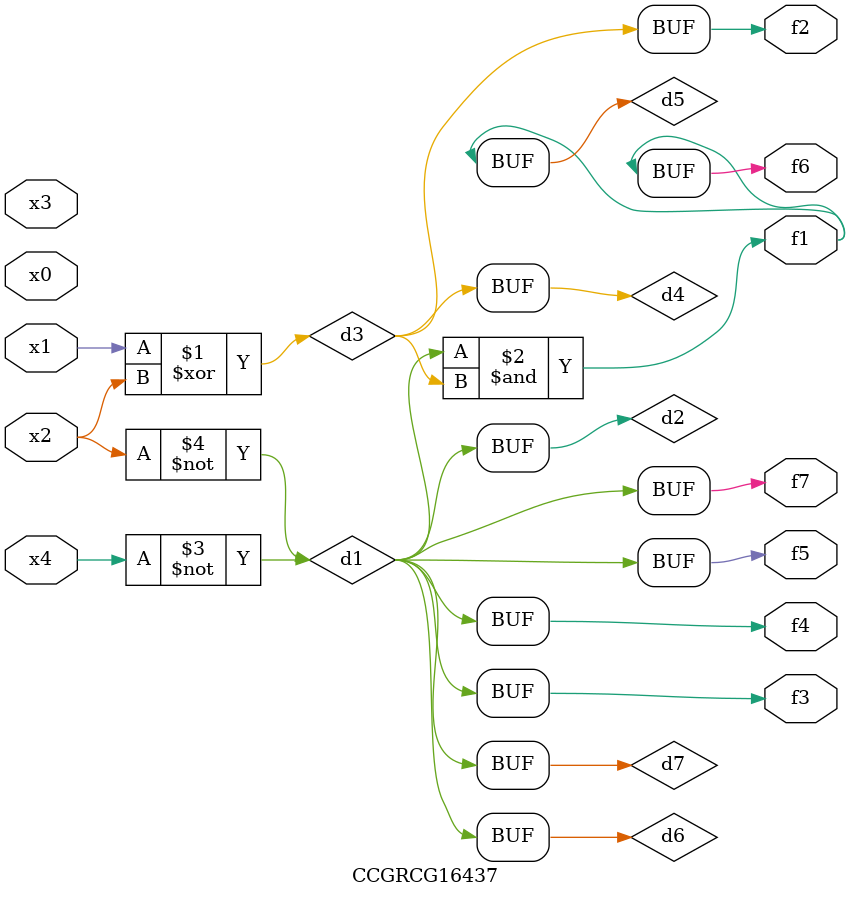
<source format=v>
module CCGRCG16437(
	input x0, x1, x2, x3, x4,
	output f1, f2, f3, f4, f5, f6, f7
);

	wire d1, d2, d3, d4, d5, d6, d7;

	not (d1, x4);
	not (d2, x2);
	xor (d3, x1, x2);
	buf (d4, d3);
	and (d5, d1, d3);
	buf (d6, d1, d2);
	buf (d7, d2);
	assign f1 = d5;
	assign f2 = d4;
	assign f3 = d7;
	assign f4 = d7;
	assign f5 = d7;
	assign f6 = d5;
	assign f7 = d7;
endmodule

</source>
